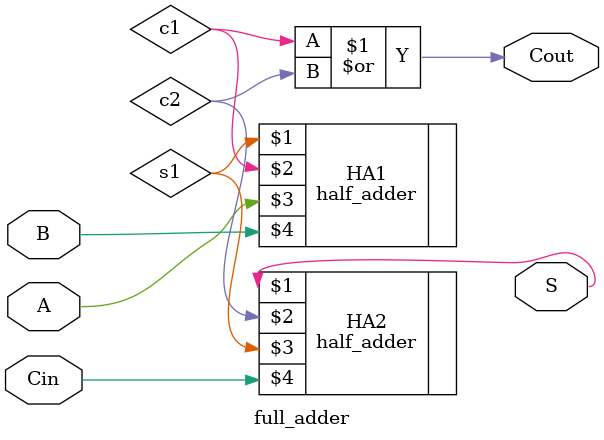
<source format=v>

module full_adder(
    output S,Cout,
    input A,B,Cin
    );
 wire s1,c1,c2;
 half_adder HA1(s1,c1,A,B);
 half_adder HA2(S,c2,s1,Cin);
 or OG1(Cout,c1,c2);

endmodule
</source>
